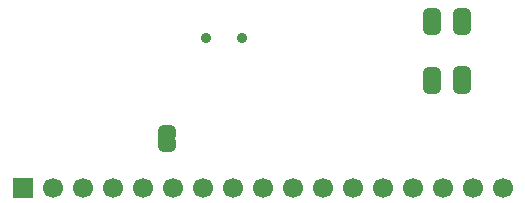
<source format=gbs>
G04 #@! TF.GenerationSoftware,KiCad,Pcbnew,9.0.2*
G04 #@! TF.CreationDate,2025-06-13T02:03:27-04:00*
G04 #@! TF.ProjectId,farlock3,6661726c-6f63-46b3-932e-6b696361645f,v01*
G04 #@! TF.SameCoordinates,Original*
G04 #@! TF.FileFunction,Soldermask,Bot*
G04 #@! TF.FilePolarity,Negative*
%FSLAX46Y46*%
G04 Gerber Fmt 4.6, Leading zero omitted, Abs format (unit mm)*
G04 Created by KiCad (PCBNEW 9.0.2) date 2025-06-13 02:03:27*
%MOMM*%
%LPD*%
G01*
G04 APERTURE LIST*
G04 Aperture macros list*
%AMFreePoly0*
4,1,35,0.500000,-0.750000,0.000000,-0.750000,0.000000,-0.748929,-0.032702,-0.748929,-0.097545,-0.740393,-0.160720,-0.723465,-0.221144,-0.698436,-0.277785,-0.665735,-0.329673,-0.625920,-0.375920,-0.579673,-0.415735,-0.527785,-0.448436,-0.471144,-0.473465,-0.410720,-0.490393,-0.347545,-0.498929,-0.282702,-0.498929,-0.250000,-0.500000,-0.250000,-0.500000,0.250000,-0.498929,0.250000,-0.498929,0.282702,
-0.490393,0.347545,-0.473465,0.410720,-0.448436,0.471144,-0.415735,0.527785,-0.375920,0.579673,-0.329673,0.625920,-0.277785,0.665735,-0.221144,0.698436,-0.160720,0.723465,-0.097545,0.740393,-0.032702,0.748929,0.000000,0.748929,0.000000,0.750000,0.500000,0.750000,0.500000,-0.750000,0.500000,-0.750000,$1*%
%AMFreePoly1*
4,1,35,0.000000,0.748929,0.032702,0.748929,0.097545,0.740393,0.160720,0.723465,0.221144,0.698436,0.277785,0.665735,0.329673,0.625920,0.375920,0.579673,0.415735,0.527785,0.448436,0.471144,0.473465,0.410720,0.490393,0.347545,0.498929,0.282702,0.498929,0.250000,0.500000,0.250000,0.500000,-0.250000,0.498929,-0.250000,0.498929,-0.282702,0.490393,-0.347545,0.473465,-0.410720,
0.448436,-0.471144,0.415735,-0.527785,0.375920,-0.579673,0.329673,-0.625920,0.277785,-0.665735,0.221144,-0.698436,0.160720,-0.723465,0.097545,-0.740393,0.032702,-0.748929,0.000000,-0.748929,0.000000,-0.750000,-0.500000,-0.750000,-0.500000,0.750000,0.000000,0.750000,0.000000,0.748929,0.000000,0.748929,$1*%
G04 Aperture macros list end*
%ADD10C,0.900000*%
%ADD11R,1.700000X1.700000*%
%ADD12C,1.700000*%
%ADD13FreePoly0,270.000000*%
%ADD14FreePoly1,270.000000*%
%ADD15FreePoly0,90.000000*%
%ADD16FreePoly1,90.000000*%
G04 APERTURE END LIST*
G36*
X174256000Y-128628000D02*
G01*
X175756000Y-128628000D01*
X175756000Y-128928000D01*
X174256000Y-128928000D01*
X174256000Y-128628000D01*
G37*
G36*
X176796000Y-128643000D02*
G01*
X178296000Y-128643000D01*
X178296000Y-128943000D01*
X176796000Y-128943000D01*
X176796000Y-128643000D01*
G37*
G36*
X153277000Y-138850000D02*
G01*
X151777000Y-138850000D01*
X151777000Y-138550000D01*
X153277000Y-138550000D01*
X153277000Y-138850000D01*
G37*
G36*
X175756000Y-133896000D02*
G01*
X174256000Y-133896000D01*
X174256000Y-133596000D01*
X175756000Y-133596000D01*
X175756000Y-133896000D01*
G37*
G36*
X178296000Y-133881000D02*
G01*
X176796000Y-133881000D01*
X176796000Y-133581000D01*
X178296000Y-133581000D01*
X178296000Y-133881000D01*
G37*
D10*
X155909000Y-130175000D03*
X158909000Y-130175000D03*
D11*
X140335000Y-142875000D03*
D12*
X142875000Y-142875000D03*
X145415000Y-142875000D03*
X147955000Y-142875000D03*
X150495000Y-142875000D03*
X153035000Y-142875000D03*
X155575000Y-142875000D03*
X158115000Y-142875000D03*
X160655000Y-142875000D03*
X163195000Y-142875000D03*
X165735000Y-142875000D03*
X168275000Y-142875000D03*
X170815000Y-142875000D03*
X173355000Y-142875000D03*
X175895000Y-142875000D03*
X178435000Y-142875000D03*
X180975000Y-142875000D03*
D13*
X175006000Y-128128000D03*
D14*
X175006000Y-129428000D03*
D13*
X177546000Y-128143000D03*
D14*
X177546000Y-129443000D03*
D15*
X152527000Y-139350000D03*
D16*
X152527000Y-138050000D03*
D15*
X175006000Y-134396000D03*
D16*
X175006000Y-133096000D03*
D15*
X177546000Y-134381000D03*
D16*
X177546000Y-133081000D03*
M02*

</source>
